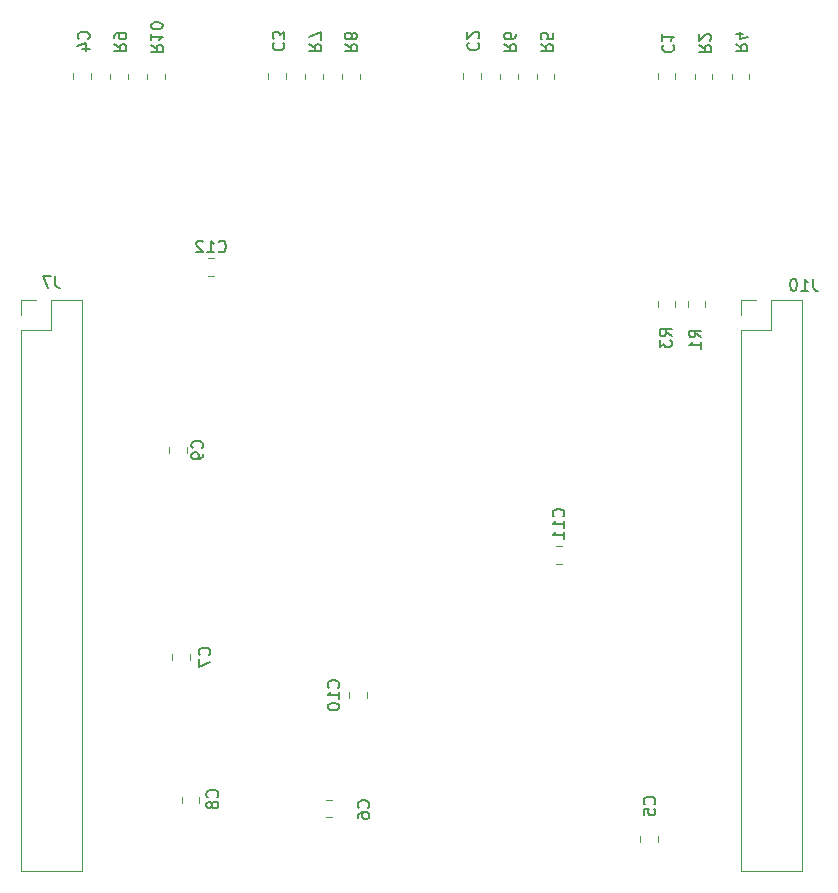
<source format=gbr>
%TF.GenerationSoftware,KiCad,Pcbnew,(5.1.10)-1*%
%TF.CreationDate,2024-07-04T18:25:42+02:00*%
%TF.ProjectId,ApiaryWaterDispensingSystem,41706961-7279-4576-9174-657244697370,rev?*%
%TF.SameCoordinates,Original*%
%TF.FileFunction,Legend,Bot*%
%TF.FilePolarity,Positive*%
%FSLAX46Y46*%
G04 Gerber Fmt 4.6, Leading zero omitted, Abs format (unit mm)*
G04 Created by KiCad (PCBNEW (5.1.10)-1) date 2024-07-04 18:25:42*
%MOMM*%
%LPD*%
G01*
G04 APERTURE LIST*
%ADD10C,0.120000*%
%ADD11C,0.150000*%
G04 APERTURE END LIST*
D10*
%TO.C,J7*%
X57120000Y-60410000D02*
X54520000Y-60410000D01*
X57120000Y-60410000D02*
X57120000Y-108790000D01*
X57120000Y-108790000D02*
X51920000Y-108790000D01*
X51920000Y-63010000D02*
X51920000Y-108790000D01*
X54520000Y-63010000D02*
X51920000Y-63010000D01*
X54520000Y-60410000D02*
X54520000Y-63010000D01*
X51920000Y-60410000D02*
X51920000Y-61740000D01*
X53250000Y-60410000D02*
X51920000Y-60410000D01*
%TO.C,C12*%
X68295252Y-58371000D02*
X67772748Y-58371000D01*
X68295252Y-56901000D02*
X67772748Y-56901000D01*
%TO.C,C11*%
X97236748Y-81285000D02*
X97759252Y-81285000D01*
X97236748Y-82755000D02*
X97759252Y-82755000D01*
%TO.C,C10*%
X81215000Y-93638748D02*
X81215000Y-94161252D01*
X79745000Y-93638748D02*
X79745000Y-94161252D01*
%TO.C,C9*%
X64505000Y-73391252D02*
X64505000Y-72868748D01*
X65975000Y-73391252D02*
X65975000Y-72868748D01*
%TO.C,C8*%
X67035000Y-102538748D02*
X67035000Y-103061252D01*
X65565000Y-102538748D02*
X65565000Y-103061252D01*
%TO.C,C7*%
X64759000Y-90917252D02*
X64759000Y-90394748D01*
X66229000Y-90917252D02*
X66229000Y-90394748D01*
%TO.C,C6*%
X78261252Y-104235000D02*
X77738748Y-104235000D01*
X78261252Y-102765000D02*
X77738748Y-102765000D01*
%TO.C,C5*%
X104383000Y-106345252D02*
X104383000Y-105822748D01*
X105853000Y-106345252D02*
X105853000Y-105822748D01*
%TO.C,J10*%
X118080000Y-60410000D02*
X115480000Y-60410000D01*
X118080000Y-60410000D02*
X118080000Y-108790000D01*
X118080000Y-108790000D02*
X112880000Y-108790000D01*
X112880000Y-63010000D02*
X112880000Y-108790000D01*
X115480000Y-63010000D02*
X112880000Y-63010000D01*
X115480000Y-60410000D02*
X115480000Y-63010000D01*
X112880000Y-60410000D02*
X112880000Y-61740000D01*
X114210000Y-60410000D02*
X112880000Y-60410000D01*
%TO.C,R10*%
X62640000Y-41764564D02*
X62640000Y-41310436D01*
X64110000Y-41764564D02*
X64110000Y-41310436D01*
%TO.C,R9*%
X59515000Y-41764564D02*
X59515000Y-41310436D01*
X60985000Y-41764564D02*
X60985000Y-41310436D01*
%TO.C,R8*%
X79140000Y-41764564D02*
X79140000Y-41310436D01*
X80610000Y-41764564D02*
X80610000Y-41310436D01*
%TO.C,R7*%
X76015000Y-41764564D02*
X76015000Y-41310436D01*
X77485000Y-41764564D02*
X77485000Y-41310436D01*
%TO.C,R6*%
X95640000Y-41764564D02*
X95640000Y-41310436D01*
X97110000Y-41764564D02*
X97110000Y-41310436D01*
%TO.C,R5*%
X92515000Y-41764564D02*
X92515000Y-41310436D01*
X93985000Y-41764564D02*
X93985000Y-41310436D01*
%TO.C,R4*%
X112140000Y-41764564D02*
X112140000Y-41310436D01*
X113610000Y-41764564D02*
X113610000Y-41310436D01*
%TO.C,R3*%
X107325000Y-60560436D02*
X107325000Y-61014564D01*
X105855000Y-60560436D02*
X105855000Y-61014564D01*
%TO.C,R2*%
X109015000Y-41764564D02*
X109015000Y-41310436D01*
X110485000Y-41764564D02*
X110485000Y-41310436D01*
%TO.C,R1*%
X109865000Y-60560436D02*
X109865000Y-61014564D01*
X108395000Y-60560436D02*
X108395000Y-61014564D01*
%TO.C,C4*%
X57860000Y-41238748D02*
X57860000Y-41761252D01*
X56390000Y-41238748D02*
X56390000Y-41761252D01*
%TO.C,C3*%
X74360000Y-41238748D02*
X74360000Y-41761252D01*
X72890000Y-41238748D02*
X72890000Y-41761252D01*
%TO.C,C2*%
X90860000Y-41238748D02*
X90860000Y-41761252D01*
X89390000Y-41238748D02*
X89390000Y-41761252D01*
%TO.C,C1*%
X107360000Y-41238748D02*
X107360000Y-41761252D01*
X105890000Y-41238748D02*
X105890000Y-41761252D01*
%TO.C,J7*%
D11*
X54853333Y-58422380D02*
X54853333Y-59136666D01*
X54900952Y-59279523D01*
X54996190Y-59374761D01*
X55139047Y-59422380D01*
X55234285Y-59422380D01*
X54472380Y-58422380D02*
X53805714Y-58422380D01*
X54234285Y-59422380D01*
%TO.C,C12*%
X68676857Y-56313142D02*
X68724476Y-56360761D01*
X68867333Y-56408380D01*
X68962571Y-56408380D01*
X69105428Y-56360761D01*
X69200666Y-56265523D01*
X69248285Y-56170285D01*
X69295904Y-55979809D01*
X69295904Y-55836952D01*
X69248285Y-55646476D01*
X69200666Y-55551238D01*
X69105428Y-55456000D01*
X68962571Y-55408380D01*
X68867333Y-55408380D01*
X68724476Y-55456000D01*
X68676857Y-55503619D01*
X67724476Y-56408380D02*
X68295904Y-56408380D01*
X68010190Y-56408380D02*
X68010190Y-55408380D01*
X68105428Y-55551238D01*
X68200666Y-55646476D01*
X68295904Y-55694095D01*
X67343523Y-55503619D02*
X67295904Y-55456000D01*
X67200666Y-55408380D01*
X66962571Y-55408380D01*
X66867333Y-55456000D01*
X66819714Y-55503619D01*
X66772095Y-55598857D01*
X66772095Y-55694095D01*
X66819714Y-55836952D01*
X67391142Y-56408380D01*
X66772095Y-56408380D01*
%TO.C,C11*%
X97857142Y-78757142D02*
X97904761Y-78709523D01*
X97952380Y-78566666D01*
X97952380Y-78471428D01*
X97904761Y-78328571D01*
X97809523Y-78233333D01*
X97714285Y-78185714D01*
X97523809Y-78138095D01*
X97380952Y-78138095D01*
X97190476Y-78185714D01*
X97095238Y-78233333D01*
X97000000Y-78328571D01*
X96952380Y-78471428D01*
X96952380Y-78566666D01*
X97000000Y-78709523D01*
X97047619Y-78757142D01*
X97952380Y-79709523D02*
X97952380Y-79138095D01*
X97952380Y-79423809D02*
X96952380Y-79423809D01*
X97095238Y-79328571D01*
X97190476Y-79233333D01*
X97238095Y-79138095D01*
X97952380Y-80661904D02*
X97952380Y-80090476D01*
X97952380Y-80376190D02*
X96952380Y-80376190D01*
X97095238Y-80280952D01*
X97190476Y-80185714D01*
X97238095Y-80090476D01*
%TO.C,C10*%
X78805142Y-93257142D02*
X78852761Y-93209523D01*
X78900380Y-93066666D01*
X78900380Y-92971428D01*
X78852761Y-92828571D01*
X78757523Y-92733333D01*
X78662285Y-92685714D01*
X78471809Y-92638095D01*
X78328952Y-92638095D01*
X78138476Y-92685714D01*
X78043238Y-92733333D01*
X77948000Y-92828571D01*
X77900380Y-92971428D01*
X77900380Y-93066666D01*
X77948000Y-93209523D01*
X77995619Y-93257142D01*
X78900380Y-94209523D02*
X78900380Y-93638095D01*
X78900380Y-93923809D02*
X77900380Y-93923809D01*
X78043238Y-93828571D01*
X78138476Y-93733333D01*
X78186095Y-93638095D01*
X77900380Y-94828571D02*
X77900380Y-94923809D01*
X77948000Y-95019047D01*
X77995619Y-95066666D01*
X78090857Y-95114285D01*
X78281333Y-95161904D01*
X78519428Y-95161904D01*
X78709904Y-95114285D01*
X78805142Y-95066666D01*
X78852761Y-95019047D01*
X78900380Y-94923809D01*
X78900380Y-94828571D01*
X78852761Y-94733333D01*
X78805142Y-94685714D01*
X78709904Y-94638095D01*
X78519428Y-94590476D01*
X78281333Y-94590476D01*
X78090857Y-94638095D01*
X77995619Y-94685714D01*
X77948000Y-94733333D01*
X77900380Y-94828571D01*
%TO.C,C9*%
X67277142Y-72963333D02*
X67324761Y-72915714D01*
X67372380Y-72772857D01*
X67372380Y-72677619D01*
X67324761Y-72534761D01*
X67229523Y-72439523D01*
X67134285Y-72391904D01*
X66943809Y-72344285D01*
X66800952Y-72344285D01*
X66610476Y-72391904D01*
X66515238Y-72439523D01*
X66420000Y-72534761D01*
X66372380Y-72677619D01*
X66372380Y-72772857D01*
X66420000Y-72915714D01*
X66467619Y-72963333D01*
X67372380Y-73439523D02*
X67372380Y-73630000D01*
X67324761Y-73725238D01*
X67277142Y-73772857D01*
X67134285Y-73868095D01*
X66943809Y-73915714D01*
X66562857Y-73915714D01*
X66467619Y-73868095D01*
X66420000Y-73820476D01*
X66372380Y-73725238D01*
X66372380Y-73534761D01*
X66420000Y-73439523D01*
X66467619Y-73391904D01*
X66562857Y-73344285D01*
X66800952Y-73344285D01*
X66896190Y-73391904D01*
X66943809Y-73439523D01*
X66991428Y-73534761D01*
X66991428Y-73725238D01*
X66943809Y-73820476D01*
X66896190Y-73868095D01*
X66800952Y-73915714D01*
%TO.C,C8*%
X68557142Y-102533333D02*
X68604761Y-102485714D01*
X68652380Y-102342857D01*
X68652380Y-102247619D01*
X68604761Y-102104761D01*
X68509523Y-102009523D01*
X68414285Y-101961904D01*
X68223809Y-101914285D01*
X68080952Y-101914285D01*
X67890476Y-101961904D01*
X67795238Y-102009523D01*
X67700000Y-102104761D01*
X67652380Y-102247619D01*
X67652380Y-102342857D01*
X67700000Y-102485714D01*
X67747619Y-102533333D01*
X68080952Y-103104761D02*
X68033333Y-103009523D01*
X67985714Y-102961904D01*
X67890476Y-102914285D01*
X67842857Y-102914285D01*
X67747619Y-102961904D01*
X67700000Y-103009523D01*
X67652380Y-103104761D01*
X67652380Y-103295238D01*
X67700000Y-103390476D01*
X67747619Y-103438095D01*
X67842857Y-103485714D01*
X67890476Y-103485714D01*
X67985714Y-103438095D01*
X68033333Y-103390476D01*
X68080952Y-103295238D01*
X68080952Y-103104761D01*
X68128571Y-103009523D01*
X68176190Y-102961904D01*
X68271428Y-102914285D01*
X68461904Y-102914285D01*
X68557142Y-102961904D01*
X68604761Y-103009523D01*
X68652380Y-103104761D01*
X68652380Y-103295238D01*
X68604761Y-103390476D01*
X68557142Y-103438095D01*
X68461904Y-103485714D01*
X68271428Y-103485714D01*
X68176190Y-103438095D01*
X68128571Y-103390476D01*
X68080952Y-103295238D01*
%TO.C,C7*%
X67883142Y-90489333D02*
X67930761Y-90441714D01*
X67978380Y-90298857D01*
X67978380Y-90203619D01*
X67930761Y-90060761D01*
X67835523Y-89965523D01*
X67740285Y-89917904D01*
X67549809Y-89870285D01*
X67406952Y-89870285D01*
X67216476Y-89917904D01*
X67121238Y-89965523D01*
X67026000Y-90060761D01*
X66978380Y-90203619D01*
X66978380Y-90298857D01*
X67026000Y-90441714D01*
X67073619Y-90489333D01*
X66978380Y-90822666D02*
X66978380Y-91489333D01*
X67978380Y-91060761D01*
%TO.C,C6*%
X81357142Y-103433333D02*
X81404761Y-103385714D01*
X81452380Y-103242857D01*
X81452380Y-103147619D01*
X81404761Y-103004761D01*
X81309523Y-102909523D01*
X81214285Y-102861904D01*
X81023809Y-102814285D01*
X80880952Y-102814285D01*
X80690476Y-102861904D01*
X80595238Y-102909523D01*
X80500000Y-103004761D01*
X80452380Y-103147619D01*
X80452380Y-103242857D01*
X80500000Y-103385714D01*
X80547619Y-103433333D01*
X80452380Y-104290476D02*
X80452380Y-104100000D01*
X80500000Y-104004761D01*
X80547619Y-103957142D01*
X80690476Y-103861904D01*
X80880952Y-103814285D01*
X81261904Y-103814285D01*
X81357142Y-103861904D01*
X81404761Y-103909523D01*
X81452380Y-104004761D01*
X81452380Y-104195238D01*
X81404761Y-104290476D01*
X81357142Y-104338095D01*
X81261904Y-104385714D01*
X81023809Y-104385714D01*
X80928571Y-104338095D01*
X80880952Y-104290476D01*
X80833333Y-104195238D01*
X80833333Y-104004761D01*
X80880952Y-103909523D01*
X80928571Y-103861904D01*
X81023809Y-103814285D01*
%TO.C,C5*%
X105557142Y-103133333D02*
X105604761Y-103085714D01*
X105652380Y-102942857D01*
X105652380Y-102847619D01*
X105604761Y-102704761D01*
X105509523Y-102609523D01*
X105414285Y-102561904D01*
X105223809Y-102514285D01*
X105080952Y-102514285D01*
X104890476Y-102561904D01*
X104795238Y-102609523D01*
X104700000Y-102704761D01*
X104652380Y-102847619D01*
X104652380Y-102942857D01*
X104700000Y-103085714D01*
X104747619Y-103133333D01*
X104652380Y-104038095D02*
X104652380Y-103561904D01*
X105128571Y-103514285D01*
X105080952Y-103561904D01*
X105033333Y-103657142D01*
X105033333Y-103895238D01*
X105080952Y-103990476D01*
X105128571Y-104038095D01*
X105223809Y-104085714D01*
X105461904Y-104085714D01*
X105557142Y-104038095D01*
X105604761Y-103990476D01*
X105652380Y-103895238D01*
X105652380Y-103657142D01*
X105604761Y-103561904D01*
X105557142Y-103514285D01*
%TO.C,J10*%
X119009523Y-58652380D02*
X119009523Y-59366666D01*
X119057142Y-59509523D01*
X119152380Y-59604761D01*
X119295238Y-59652380D01*
X119390476Y-59652380D01*
X118009523Y-59652380D02*
X118580952Y-59652380D01*
X118295238Y-59652380D02*
X118295238Y-58652380D01*
X118390476Y-58795238D01*
X118485714Y-58890476D01*
X118580952Y-58938095D01*
X117390476Y-58652380D02*
X117295238Y-58652380D01*
X117200000Y-58700000D01*
X117152380Y-58747619D01*
X117104761Y-58842857D01*
X117057142Y-59033333D01*
X117057142Y-59271428D01*
X117104761Y-59461904D01*
X117152380Y-59557142D01*
X117200000Y-59604761D01*
X117295238Y-59652380D01*
X117390476Y-59652380D01*
X117485714Y-59604761D01*
X117533333Y-59557142D01*
X117580952Y-59461904D01*
X117628571Y-59271428D01*
X117628571Y-59033333D01*
X117580952Y-58842857D01*
X117533333Y-58747619D01*
X117485714Y-58700000D01*
X117390476Y-58652380D01*
%TO.C,R10*%
X62947619Y-38842857D02*
X63423809Y-39176190D01*
X62947619Y-39414285D02*
X63947619Y-39414285D01*
X63947619Y-39033333D01*
X63900000Y-38938095D01*
X63852380Y-38890476D01*
X63757142Y-38842857D01*
X63614285Y-38842857D01*
X63519047Y-38890476D01*
X63471428Y-38938095D01*
X63423809Y-39033333D01*
X63423809Y-39414285D01*
X62947619Y-37890476D02*
X62947619Y-38461904D01*
X62947619Y-38176190D02*
X63947619Y-38176190D01*
X63804761Y-38271428D01*
X63709523Y-38366666D01*
X63661904Y-38461904D01*
X63947619Y-37271428D02*
X63947619Y-37176190D01*
X63900000Y-37080952D01*
X63852380Y-37033333D01*
X63757142Y-36985714D01*
X63566666Y-36938095D01*
X63328571Y-36938095D01*
X63138095Y-36985714D01*
X63042857Y-37033333D01*
X62995238Y-37080952D01*
X62947619Y-37176190D01*
X62947619Y-37271428D01*
X62995238Y-37366666D01*
X63042857Y-37414285D01*
X63138095Y-37461904D01*
X63328571Y-37509523D01*
X63566666Y-37509523D01*
X63757142Y-37461904D01*
X63852380Y-37414285D01*
X63900000Y-37366666D01*
X63947619Y-37271428D01*
%TO.C,R9*%
X59847619Y-38766666D02*
X60323809Y-39100000D01*
X59847619Y-39338095D02*
X60847619Y-39338095D01*
X60847619Y-38957142D01*
X60800000Y-38861904D01*
X60752380Y-38814285D01*
X60657142Y-38766666D01*
X60514285Y-38766666D01*
X60419047Y-38814285D01*
X60371428Y-38861904D01*
X60323809Y-38957142D01*
X60323809Y-39338095D01*
X59847619Y-38290476D02*
X59847619Y-38100000D01*
X59895238Y-38004761D01*
X59942857Y-37957142D01*
X60085714Y-37861904D01*
X60276190Y-37814285D01*
X60657142Y-37814285D01*
X60752380Y-37861904D01*
X60800000Y-37909523D01*
X60847619Y-38004761D01*
X60847619Y-38195238D01*
X60800000Y-38290476D01*
X60752380Y-38338095D01*
X60657142Y-38385714D01*
X60419047Y-38385714D01*
X60323809Y-38338095D01*
X60276190Y-38290476D01*
X60228571Y-38195238D01*
X60228571Y-38004761D01*
X60276190Y-37909523D01*
X60323809Y-37861904D01*
X60419047Y-37814285D01*
%TO.C,R8*%
X79372619Y-38766666D02*
X79848809Y-39100000D01*
X79372619Y-39338095D02*
X80372619Y-39338095D01*
X80372619Y-38957142D01*
X80325000Y-38861904D01*
X80277380Y-38814285D01*
X80182142Y-38766666D01*
X80039285Y-38766666D01*
X79944047Y-38814285D01*
X79896428Y-38861904D01*
X79848809Y-38957142D01*
X79848809Y-39338095D01*
X79944047Y-38195238D02*
X79991666Y-38290476D01*
X80039285Y-38338095D01*
X80134523Y-38385714D01*
X80182142Y-38385714D01*
X80277380Y-38338095D01*
X80325000Y-38290476D01*
X80372619Y-38195238D01*
X80372619Y-38004761D01*
X80325000Y-37909523D01*
X80277380Y-37861904D01*
X80182142Y-37814285D01*
X80134523Y-37814285D01*
X80039285Y-37861904D01*
X79991666Y-37909523D01*
X79944047Y-38004761D01*
X79944047Y-38195238D01*
X79896428Y-38290476D01*
X79848809Y-38338095D01*
X79753571Y-38385714D01*
X79563095Y-38385714D01*
X79467857Y-38338095D01*
X79420238Y-38290476D01*
X79372619Y-38195238D01*
X79372619Y-38004761D01*
X79420238Y-37909523D01*
X79467857Y-37861904D01*
X79563095Y-37814285D01*
X79753571Y-37814285D01*
X79848809Y-37861904D01*
X79896428Y-37909523D01*
X79944047Y-38004761D01*
%TO.C,R7*%
X76322619Y-38766666D02*
X76798809Y-39100000D01*
X76322619Y-39338095D02*
X77322619Y-39338095D01*
X77322619Y-38957142D01*
X77275000Y-38861904D01*
X77227380Y-38814285D01*
X77132142Y-38766666D01*
X76989285Y-38766666D01*
X76894047Y-38814285D01*
X76846428Y-38861904D01*
X76798809Y-38957142D01*
X76798809Y-39338095D01*
X77322619Y-38433333D02*
X77322619Y-37766666D01*
X76322619Y-38195238D01*
%TO.C,R6*%
X92847619Y-38766666D02*
X93323809Y-39100000D01*
X92847619Y-39338095D02*
X93847619Y-39338095D01*
X93847619Y-38957142D01*
X93800000Y-38861904D01*
X93752380Y-38814285D01*
X93657142Y-38766666D01*
X93514285Y-38766666D01*
X93419047Y-38814285D01*
X93371428Y-38861904D01*
X93323809Y-38957142D01*
X93323809Y-39338095D01*
X93847619Y-37909523D02*
X93847619Y-38100000D01*
X93800000Y-38195238D01*
X93752380Y-38242857D01*
X93609523Y-38338095D01*
X93419047Y-38385714D01*
X93038095Y-38385714D01*
X92942857Y-38338095D01*
X92895238Y-38290476D01*
X92847619Y-38195238D01*
X92847619Y-38004761D01*
X92895238Y-37909523D01*
X92942857Y-37861904D01*
X93038095Y-37814285D01*
X93276190Y-37814285D01*
X93371428Y-37861904D01*
X93419047Y-37909523D01*
X93466666Y-38004761D01*
X93466666Y-38195238D01*
X93419047Y-38290476D01*
X93371428Y-38338095D01*
X93276190Y-38385714D01*
%TO.C,R5*%
X95947619Y-38766666D02*
X96423809Y-39100000D01*
X95947619Y-39338095D02*
X96947619Y-39338095D01*
X96947619Y-38957142D01*
X96900000Y-38861904D01*
X96852380Y-38814285D01*
X96757142Y-38766666D01*
X96614285Y-38766666D01*
X96519047Y-38814285D01*
X96471428Y-38861904D01*
X96423809Y-38957142D01*
X96423809Y-39338095D01*
X96947619Y-37861904D02*
X96947619Y-38338095D01*
X96471428Y-38385714D01*
X96519047Y-38338095D01*
X96566666Y-38242857D01*
X96566666Y-38004761D01*
X96519047Y-37909523D01*
X96471428Y-37861904D01*
X96376190Y-37814285D01*
X96138095Y-37814285D01*
X96042857Y-37861904D01*
X95995238Y-37909523D01*
X95947619Y-38004761D01*
X95947619Y-38242857D01*
X95995238Y-38338095D01*
X96042857Y-38385714D01*
%TO.C,R4*%
X112447619Y-38766666D02*
X112923809Y-39100000D01*
X112447619Y-39338095D02*
X113447619Y-39338095D01*
X113447619Y-38957142D01*
X113400000Y-38861904D01*
X113352380Y-38814285D01*
X113257142Y-38766666D01*
X113114285Y-38766666D01*
X113019047Y-38814285D01*
X112971428Y-38861904D01*
X112923809Y-38957142D01*
X112923809Y-39338095D01*
X113114285Y-37909523D02*
X112447619Y-37909523D01*
X113495238Y-38147619D02*
X112780952Y-38385714D01*
X112780952Y-37766666D01*
%TO.C,R3*%
X107032380Y-63508333D02*
X106556190Y-63175000D01*
X107032380Y-62936904D02*
X106032380Y-62936904D01*
X106032380Y-63317857D01*
X106080000Y-63413095D01*
X106127619Y-63460714D01*
X106222857Y-63508333D01*
X106365714Y-63508333D01*
X106460952Y-63460714D01*
X106508571Y-63413095D01*
X106556190Y-63317857D01*
X106556190Y-62936904D01*
X106032380Y-63841666D02*
X106032380Y-64460714D01*
X106413333Y-64127380D01*
X106413333Y-64270238D01*
X106460952Y-64365476D01*
X106508571Y-64413095D01*
X106603809Y-64460714D01*
X106841904Y-64460714D01*
X106937142Y-64413095D01*
X106984761Y-64365476D01*
X107032380Y-64270238D01*
X107032380Y-63984523D01*
X106984761Y-63889285D01*
X106937142Y-63841666D01*
%TO.C,R2*%
X109347619Y-38866666D02*
X109823809Y-39200000D01*
X109347619Y-39438095D02*
X110347619Y-39438095D01*
X110347619Y-39057142D01*
X110300000Y-38961904D01*
X110252380Y-38914285D01*
X110157142Y-38866666D01*
X110014285Y-38866666D01*
X109919047Y-38914285D01*
X109871428Y-38961904D01*
X109823809Y-39057142D01*
X109823809Y-39438095D01*
X110252380Y-38485714D02*
X110300000Y-38438095D01*
X110347619Y-38342857D01*
X110347619Y-38104761D01*
X110300000Y-38009523D01*
X110252380Y-37961904D01*
X110157142Y-37914285D01*
X110061904Y-37914285D01*
X109919047Y-37961904D01*
X109347619Y-38533333D01*
X109347619Y-37914285D01*
%TO.C,R1*%
X109512380Y-63608333D02*
X109036190Y-63275000D01*
X109512380Y-63036904D02*
X108512380Y-63036904D01*
X108512380Y-63417857D01*
X108560000Y-63513095D01*
X108607619Y-63560714D01*
X108702857Y-63608333D01*
X108845714Y-63608333D01*
X108940952Y-63560714D01*
X108988571Y-63513095D01*
X109036190Y-63417857D01*
X109036190Y-63036904D01*
X109512380Y-64560714D02*
X109512380Y-63989285D01*
X109512380Y-64275000D02*
X108512380Y-64275000D01*
X108655238Y-64179761D01*
X108750476Y-64084523D01*
X108798095Y-63989285D01*
%TO.C,C4*%
X57657142Y-38333333D02*
X57704761Y-38285714D01*
X57752380Y-38142857D01*
X57752380Y-38047619D01*
X57704761Y-37904761D01*
X57609523Y-37809523D01*
X57514285Y-37761904D01*
X57323809Y-37714285D01*
X57180952Y-37714285D01*
X56990476Y-37761904D01*
X56895238Y-37809523D01*
X56800000Y-37904761D01*
X56752380Y-38047619D01*
X56752380Y-38142857D01*
X56800000Y-38285714D01*
X56847619Y-38333333D01*
X57085714Y-39190476D02*
X57752380Y-39190476D01*
X56704761Y-38952380D02*
X57419047Y-38714285D01*
X57419047Y-39333333D01*
%TO.C,C3*%
X73342857Y-38666666D02*
X73295238Y-38714285D01*
X73247619Y-38857142D01*
X73247619Y-38952380D01*
X73295238Y-39095238D01*
X73390476Y-39190476D01*
X73485714Y-39238095D01*
X73676190Y-39285714D01*
X73819047Y-39285714D01*
X74009523Y-39238095D01*
X74104761Y-39190476D01*
X74200000Y-39095238D01*
X74247619Y-38952380D01*
X74247619Y-38857142D01*
X74200000Y-38714285D01*
X74152380Y-38666666D01*
X74247619Y-38333333D02*
X74247619Y-37714285D01*
X73866666Y-38047619D01*
X73866666Y-37904761D01*
X73819047Y-37809523D01*
X73771428Y-37761904D01*
X73676190Y-37714285D01*
X73438095Y-37714285D01*
X73342857Y-37761904D01*
X73295238Y-37809523D01*
X73247619Y-37904761D01*
X73247619Y-38190476D01*
X73295238Y-38285714D01*
X73342857Y-38333333D01*
%TO.C,C2*%
X89842857Y-38666666D02*
X89795238Y-38714285D01*
X89747619Y-38857142D01*
X89747619Y-38952380D01*
X89795238Y-39095238D01*
X89890476Y-39190476D01*
X89985714Y-39238095D01*
X90176190Y-39285714D01*
X90319047Y-39285714D01*
X90509523Y-39238095D01*
X90604761Y-39190476D01*
X90700000Y-39095238D01*
X90747619Y-38952380D01*
X90747619Y-38857142D01*
X90700000Y-38714285D01*
X90652380Y-38666666D01*
X90652380Y-38285714D02*
X90700000Y-38238095D01*
X90747619Y-38142857D01*
X90747619Y-37904761D01*
X90700000Y-37809523D01*
X90652380Y-37761904D01*
X90557142Y-37714285D01*
X90461904Y-37714285D01*
X90319047Y-37761904D01*
X89747619Y-38333333D01*
X89747619Y-37714285D01*
%TO.C,C1*%
X106342857Y-38866666D02*
X106295238Y-38914285D01*
X106247619Y-39057142D01*
X106247619Y-39152380D01*
X106295238Y-39295238D01*
X106390476Y-39390476D01*
X106485714Y-39438095D01*
X106676190Y-39485714D01*
X106819047Y-39485714D01*
X107009523Y-39438095D01*
X107104761Y-39390476D01*
X107200000Y-39295238D01*
X107247619Y-39152380D01*
X107247619Y-39057142D01*
X107200000Y-38914285D01*
X107152380Y-38866666D01*
X106247619Y-37914285D02*
X106247619Y-38485714D01*
X106247619Y-38200000D02*
X107247619Y-38200000D01*
X107104761Y-38295238D01*
X107009523Y-38390476D01*
X106961904Y-38485714D01*
%TD*%
M02*

</source>
